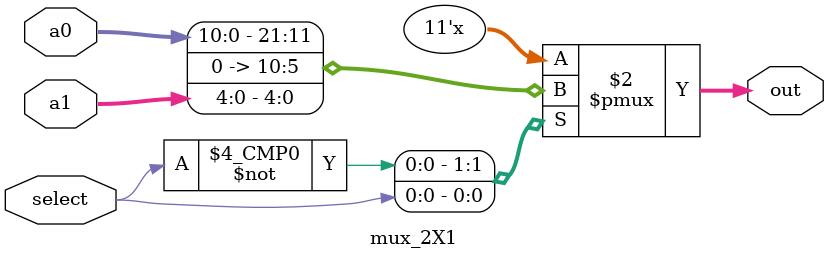
<source format=v>
`timescale 1ns / 1ps
module mux_2X1(
	input [10:0] a0,
	input [4:0] a1,
	input select,
	output reg [10:0] out
	);
	
	always @(*) begin
        case (select)
            1'b0 : out = a0;
            1'b1 : out = {{6'b0},a1};
            default : out = a0;
        endcase
    end

endmodule

</source>
